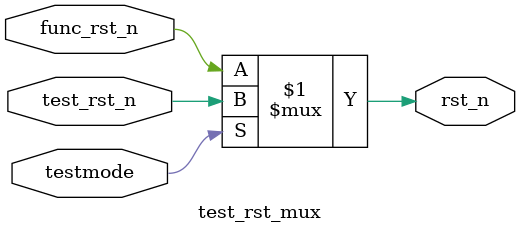
<source format=v>
module test_rst_mux (
    input  test_rst_n,
    input  func_rst_n,
    input  testmode,
    output rst_n
);
  assign rst_n = testmode ? test_rst_n 
                          : func_rst_n;
endmodule

</source>
